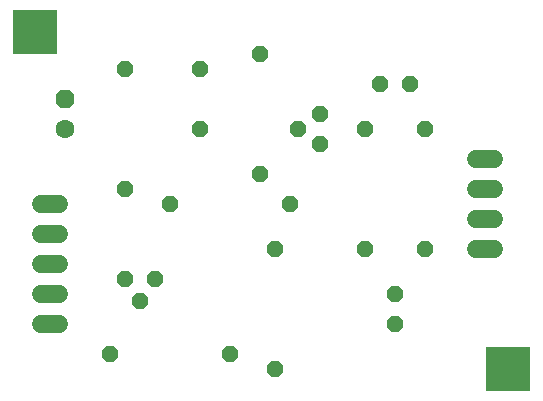
<source format=gtl>
G75*
G70*
%OFA0B0*%
%FSLAX24Y24*%
%IPPOS*%
%LPD*%
%AMOC8*
5,1,8,0,0,1.08239X$1,22.5*
%
%ADD10OC8,0.0520*%
%ADD11OC8,0.0630*%
%ADD12C,0.0630*%
%ADD13C,0.0600*%
%ADD14R,0.1502X0.1502*%
D10*
X004681Y001681D03*
X005681Y003431D03*
X005181Y004181D03*
X006181Y004181D03*
X006681Y006681D03*
X005181Y007181D03*
X007681Y009181D03*
X009681Y007681D03*
X010681Y006681D03*
X010181Y005181D03*
X013181Y005181D03*
X015181Y005181D03*
X014181Y003681D03*
X014181Y002681D03*
X010181Y001181D03*
X008681Y001681D03*
X011681Y008681D03*
X010931Y009181D03*
X011681Y009681D03*
X013181Y009181D03*
X015181Y009181D03*
X014681Y010681D03*
X013681Y010681D03*
X009681Y011681D03*
X007681Y011181D03*
X005181Y011181D03*
D11*
X003181Y010181D03*
D12*
X003181Y009181D03*
D13*
X002981Y002681D02*
X002381Y002681D01*
X002381Y003681D02*
X002981Y003681D01*
X002981Y004681D02*
X002381Y004681D01*
X002381Y005681D02*
X002981Y005681D01*
X002981Y006681D02*
X002381Y006681D01*
X016881Y006181D02*
X017481Y006181D01*
X017481Y005181D02*
X016881Y005181D01*
X016881Y007181D02*
X017481Y007181D01*
X017481Y008181D02*
X016881Y008181D01*
D14*
X017931Y001181D03*
X002181Y012401D03*
M02*

</source>
